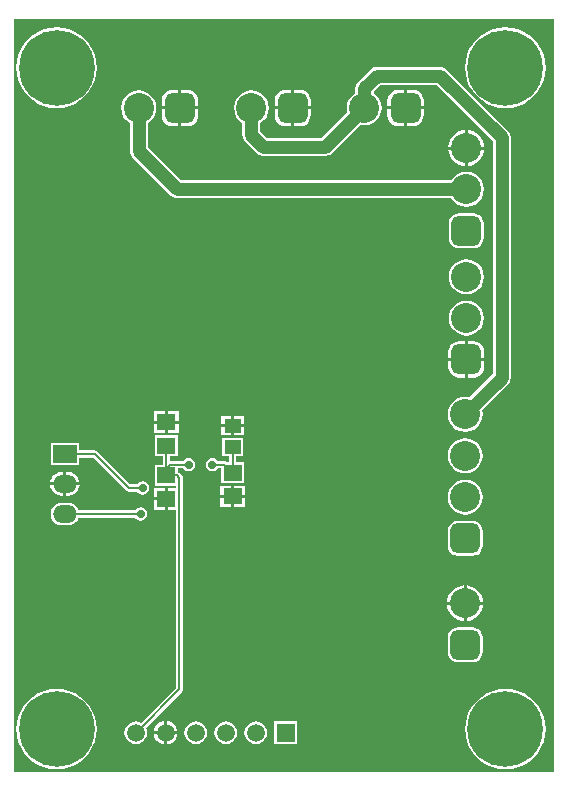
<source format=gbl>
%FSLAX24Y24*%
%MOIN*%
G70*
G01*
G75*
G04 Layer_Physical_Order=2*
G04 Layer_Color=16711680*
%ADD10R,0.0433X0.0433*%
G04:AMPARAMS|DCode=11|XSize=23.6mil|YSize=39.4mil|CornerRadius=3mil|HoleSize=0mil|Usage=FLASHONLY|Rotation=180.000|XOffset=0mil|YOffset=0mil|HoleType=Round|Shape=RoundedRectangle|*
%AMROUNDEDRECTD11*
21,1,0.0236,0.0335,0,0,180.0*
21,1,0.0177,0.0394,0,0,180.0*
1,1,0.0059,-0.0089,0.0167*
1,1,0.0059,0.0089,0.0167*
1,1,0.0059,0.0089,-0.0167*
1,1,0.0059,-0.0089,-0.0167*
%
%ADD11ROUNDEDRECTD11*%
%ADD12R,0.0433X0.0433*%
%ADD13R,0.0295X0.0236*%
%ADD14O,0.0827X0.0138*%
G04:AMPARAMS|DCode=15|XSize=90.6mil|YSize=70.9mil|CornerRadius=8.9mil|HoleSize=0mil|Usage=FLASHONLY|Rotation=90.000|XOffset=0mil|YOffset=0mil|HoleType=Round|Shape=RoundedRectangle|*
%AMROUNDEDRECTD15*
21,1,0.0906,0.0532,0,0,90.0*
21,1,0.0728,0.0709,0,0,90.0*
1,1,0.0177,0.0266,0.0364*
1,1,0.0177,0.0266,-0.0364*
1,1,0.0177,-0.0266,-0.0364*
1,1,0.0177,-0.0266,0.0364*
%
%ADD15ROUNDEDRECTD15*%
G04:AMPARAMS|DCode=16|XSize=90.6mil|YSize=70.9mil|CornerRadius=8.9mil|HoleSize=0mil|Usage=FLASHONLY|Rotation=180.000|XOffset=0mil|YOffset=0mil|HoleType=Round|Shape=RoundedRectangle|*
%AMROUNDEDRECTD16*
21,1,0.0906,0.0532,0,0,180.0*
21,1,0.0728,0.0709,0,0,180.0*
1,1,0.0177,-0.0364,0.0266*
1,1,0.0177,0.0364,0.0266*
1,1,0.0177,0.0364,-0.0266*
1,1,0.0177,-0.0364,-0.0266*
%
%ADD16ROUNDEDRECTD16*%
G04:AMPARAMS|DCode=17|XSize=137.8mil|YSize=68.9mil|CornerRadius=8.6mil|HoleSize=0mil|Usage=FLASHONLY|Rotation=180.000|XOffset=0mil|YOffset=0mil|HoleType=Round|Shape=RoundedRectangle|*
%AMROUNDEDRECTD17*
21,1,0.1378,0.0517,0,0,180.0*
21,1,0.1206,0.0689,0,0,180.0*
1,1,0.0172,-0.0603,0.0258*
1,1,0.0172,0.0603,0.0258*
1,1,0.0172,0.0603,-0.0258*
1,1,0.0172,-0.0603,-0.0258*
%
%ADD17ROUNDEDRECTD17*%
G04:AMPARAMS|DCode=18|XSize=43.3mil|YSize=68.9mil|CornerRadius=5.4mil|HoleSize=0mil|Usage=FLASHONLY|Rotation=180.000|XOffset=0mil|YOffset=0mil|HoleType=Round|Shape=RoundedRectangle|*
%AMROUNDEDRECTD18*
21,1,0.0433,0.0581,0,0,180.0*
21,1,0.0325,0.0689,0,0,180.0*
1,1,0.0108,-0.0162,0.0290*
1,1,0.0108,0.0162,0.0290*
1,1,0.0108,0.0162,-0.0290*
1,1,0.0108,-0.0162,-0.0290*
%
%ADD18ROUNDEDRECTD18*%
G04:AMPARAMS|DCode=19|XSize=43.3mil|YSize=68.9mil|CornerRadius=5.4mil|HoleSize=0mil|Usage=FLASHONLY|Rotation=180.000|XOffset=0mil|YOffset=0mil|HoleType=Round|Shape=RoundedRectangle|*
%AMROUNDEDRECTD19*
21,1,0.0433,0.0581,0,0,180.0*
21,1,0.0325,0.0689,0,0,180.0*
1,1,0.0108,-0.0162,0.0290*
1,1,0.0108,0.0162,0.0290*
1,1,0.0108,0.0162,-0.0290*
1,1,0.0108,-0.0162,-0.0290*
%
%ADD19ROUNDEDRECTD19*%
%ADD20C,0.0079*%
%ADD21C,0.0433*%
%ADD22C,0.0138*%
%ADD23C,0.1000*%
G04:AMPARAMS|DCode=24|XSize=100mil|YSize=100mil|CornerRadius=25mil|HoleSize=0mil|Usage=FLASHONLY|Rotation=90.000|XOffset=0mil|YOffset=0mil|HoleType=Round|Shape=RoundedRectangle|*
%AMROUNDEDRECTD24*
21,1,0.1000,0.0500,0,0,90.0*
21,1,0.0500,0.1000,0,0,90.0*
1,1,0.0500,0.0250,0.0250*
1,1,0.0500,0.0250,-0.0250*
1,1,0.0500,-0.0250,-0.0250*
1,1,0.0500,-0.0250,0.0250*
%
%ADD24ROUNDEDRECTD24*%
%ADD25C,0.2520*%
%ADD26R,0.0787X0.0591*%
%ADD27O,0.0787X0.0591*%
%ADD28R,0.0591X0.0591*%
%ADD29C,0.0591*%
G04:AMPARAMS|DCode=30|XSize=100mil|YSize=100mil|CornerRadius=25mil|HoleSize=0mil|Usage=FLASHONLY|Rotation=0.000|XOffset=0mil|YOffset=0mil|HoleType=Round|Shape=RoundedRectangle|*
%AMROUNDEDRECTD30*
21,1,0.1000,0.0500,0,0,0.0*
21,1,0.0500,0.1000,0,0,0.0*
1,1,0.0500,0.0250,-0.0250*
1,1,0.0500,-0.0250,-0.0250*
1,1,0.0500,-0.0250,0.0250*
1,1,0.0500,0.0250,0.0250*
%
%ADD30ROUNDEDRECTD30*%
%ADD31C,0.0276*%
%ADD32R,0.0571X0.0453*%
%ADD33R,0.0610X0.0532*%
G36*
X18167Y141D02*
X141D01*
Y25253D01*
X18167D01*
Y141D01*
D02*
G37*
%LPC*%
G36*
X1800Y9698D02*
X1360D01*
X1367Y9645D01*
X1407Y9549D01*
X1470Y9466D01*
X1553Y9403D01*
X1649Y9363D01*
X1752Y9349D01*
X1800D01*
Y9698D01*
D02*
G37*
G36*
X5186Y9618D02*
X4831D01*
Y9302D01*
X5186D01*
Y9618D01*
D02*
G37*
G36*
X7391Y9696D02*
X7036D01*
Y9381D01*
X7391D01*
Y9696D01*
D02*
G37*
G36*
X2341Y9698D02*
X1900D01*
Y9349D01*
X1949D01*
X2052Y9363D01*
X2148Y9403D01*
X2231Y9466D01*
X2294Y9549D01*
X2334Y9645D01*
X2341Y9698D01*
D02*
G37*
G36*
X5186Y9202D02*
X4831D01*
Y8886D01*
X5186D01*
Y9202D01*
D02*
G37*
G36*
X15197Y9895D02*
X15046Y9875D01*
X14905Y9817D01*
X14784Y9724D01*
X14691Y9603D01*
X14633Y9462D01*
X14613Y9311D01*
X14633Y9160D01*
X14691Y9019D01*
X14784Y8898D01*
X14905Y8805D01*
X15046Y8747D01*
X15197Y8727D01*
X15348Y8747D01*
X15489Y8805D01*
X15610Y8898D01*
X15702Y9019D01*
X15761Y9160D01*
X15781Y9311D01*
X15761Y9462D01*
X15702Y9603D01*
X15610Y9724D01*
X15489Y9817D01*
X15348Y9875D01*
X15197Y9895D01*
D02*
G37*
G36*
X7846Y9281D02*
X7491D01*
Y8965D01*
X7846D01*
Y9281D01*
D02*
G37*
G36*
X7391D02*
X7036D01*
Y8965D01*
X7391D01*
Y9281D01*
D02*
G37*
G36*
X5620Y11368D02*
X4852D01*
Y10679D01*
X5116D01*
Y10384D01*
X4852D01*
Y9695D01*
X5544D01*
Y9618D01*
X5286D01*
Y9252D01*
Y8886D01*
X5544D01*
Y2958D01*
X4378Y1793D01*
X4310Y1821D01*
X4213Y1834D01*
X4115Y1821D01*
X4024Y1783D01*
X3946Y1723D01*
X3886Y1645D01*
X3848Y1554D01*
X3835Y1457D01*
X3848Y1359D01*
X3886Y1268D01*
X3946Y1190D01*
X4024Y1130D01*
X4115Y1092D01*
X4213Y1079D01*
X4310Y1092D01*
X4401Y1130D01*
X4479Y1190D01*
X4539Y1268D01*
X4577Y1359D01*
X4590Y1457D01*
X4577Y1554D01*
X4549Y1623D01*
X5750Y2823D01*
X5750Y2823D01*
X5776Y2863D01*
X5785Y2909D01*
X5785Y2909D01*
Y9949D01*
X5776Y9995D01*
X5750Y10035D01*
X5750Y10035D01*
X5660Y10125D01*
X5621Y10151D01*
X5620Y10151D01*
Y10273D01*
X5804D01*
X5828Y10238D01*
X5900Y10190D01*
X5984Y10173D01*
X6069Y10190D01*
X6140Y10238D01*
X6188Y10309D01*
X6205Y10394D01*
X6188Y10478D01*
X6140Y10550D01*
X6069Y10598D01*
X5984Y10614D01*
X5900Y10598D01*
X5828Y10550D01*
X5804Y10514D01*
X5364D01*
X5364Y10514D01*
X5357Y10520D01*
Y10679D01*
X5620D01*
Y11368D01*
D02*
G37*
G36*
X15197Y11273D02*
X15046Y11253D01*
X14905Y11195D01*
X14784Y11102D01*
X14691Y10981D01*
X14633Y10840D01*
X14613Y10689D01*
X14633Y10538D01*
X14691Y10397D01*
X14784Y10276D01*
X14905Y10183D01*
X15046Y10125D01*
X15197Y10105D01*
X15348Y10125D01*
X15489Y10183D01*
X15610Y10276D01*
X15702Y10397D01*
X15761Y10538D01*
X15781Y10689D01*
X15761Y10840D01*
X15702Y10981D01*
X15610Y11102D01*
X15489Y11195D01*
X15348Y11253D01*
X15197Y11273D01*
D02*
G37*
G36*
X7391Y11643D02*
X7056D01*
Y11367D01*
X7391D01*
Y11643D01*
D02*
G37*
G36*
X7805Y11289D02*
X7077D01*
Y10679D01*
X7321D01*
Y10463D01*
X7267D01*
X7251Y10479D01*
X7211Y10505D01*
X7165Y10514D01*
X7165Y10514D01*
X6952D01*
X6928Y10550D01*
X6856Y10598D01*
X6772Y10614D01*
X6687Y10598D01*
X6616Y10550D01*
X6568Y10478D01*
X6551Y10394D01*
X6568Y10309D01*
X6616Y10238D01*
X6687Y10190D01*
X6772Y10173D01*
X6856Y10190D01*
X6928Y10238D01*
X6952Y10273D01*
X7057D01*
Y9774D01*
X7825D01*
Y10463D01*
X7561D01*
Y10679D01*
X7805D01*
Y11289D01*
D02*
G37*
G36*
X2323Y11122D02*
X1378D01*
Y10374D01*
X2323D01*
Y10628D01*
X2795D01*
X3891Y9531D01*
X3891Y9531D01*
X3930Y9505D01*
X3976Y9496D01*
X3976Y9496D01*
X4265D01*
X4288Y9460D01*
X4360Y9412D01*
X4444Y9395D01*
X4529Y9412D01*
X4601Y9460D01*
X4648Y9532D01*
X4665Y9616D01*
X4648Y9701D01*
X4601Y9772D01*
X4529Y9820D01*
X4444Y9837D01*
X4360Y9820D01*
X4288Y9772D01*
X4265Y9737D01*
X4026D01*
X2930Y10833D01*
X2891Y10859D01*
X2844Y10868D01*
X2844Y10868D01*
X2323D01*
Y11122D01*
D02*
G37*
G36*
X7846Y9696D02*
X7491D01*
Y9381D01*
X7846D01*
Y9696D01*
D02*
G37*
G36*
X1949Y10147D02*
X1900D01*
Y9798D01*
X2341D01*
X2334Y9851D01*
X2294Y9947D01*
X2231Y10030D01*
X2148Y10093D01*
X2052Y10133D01*
X1949Y10147D01*
D02*
G37*
G36*
X1800D02*
X1752D01*
X1649Y10133D01*
X1553Y10093D01*
X1470Y10030D01*
X1407Y9947D01*
X1367Y9851D01*
X1360Y9798D01*
X1800D01*
Y10147D01*
D02*
G37*
G36*
X1949Y9125D02*
X1752D01*
X1654Y9112D01*
X1563Y9075D01*
X1485Y9015D01*
X1425Y8937D01*
X1388Y8846D01*
X1375Y8748D01*
X1388Y8650D01*
X1425Y8559D01*
X1485Y8481D01*
X1563Y8421D01*
X1654Y8384D01*
X1752Y8371D01*
X1949D01*
X2046Y8384D01*
X2137Y8421D01*
X2216Y8481D01*
X2276Y8559D01*
X2304Y8628D01*
X4200D01*
X4224Y8592D01*
X4296Y8544D01*
X4380Y8527D01*
X4465Y8544D01*
X4537Y8592D01*
X4584Y8664D01*
X4601Y8748D01*
X4584Y8833D01*
X4537Y8904D01*
X4465Y8952D01*
X4380Y8969D01*
X4296Y8952D01*
X4224Y8904D01*
X4200Y8868D01*
X2304D01*
X2276Y8937D01*
X2216Y9015D01*
X2137Y9075D01*
X2046Y9112D01*
X1949Y9125D01*
D02*
G37*
G36*
X7213Y1834D02*
X7115Y1821D01*
X7024Y1783D01*
X6946Y1723D01*
X6886Y1645D01*
X6848Y1554D01*
X6835Y1457D01*
X6848Y1359D01*
X6886Y1268D01*
X6946Y1190D01*
X7024Y1130D01*
X7115Y1092D01*
X7213Y1079D01*
X7310Y1092D01*
X7401Y1130D01*
X7479Y1190D01*
X7539Y1268D01*
X7577Y1359D01*
X7590Y1457D01*
X7577Y1554D01*
X7539Y1645D01*
X7479Y1723D01*
X7401Y1783D01*
X7310Y1821D01*
X7213Y1834D01*
D02*
G37*
G36*
X6213D02*
X6115Y1821D01*
X6024Y1783D01*
X5946Y1723D01*
X5886Y1645D01*
X5848Y1554D01*
X5835Y1457D01*
X5848Y1359D01*
X5886Y1268D01*
X5946Y1190D01*
X6024Y1130D01*
X6115Y1092D01*
X6213Y1079D01*
X6310Y1092D01*
X6401Y1130D01*
X6479Y1190D01*
X6539Y1268D01*
X6577Y1359D01*
X6590Y1457D01*
X6577Y1554D01*
X6539Y1645D01*
X6479Y1723D01*
X6401Y1783D01*
X6310Y1821D01*
X6213Y1834D01*
D02*
G37*
G36*
X9587Y1831D02*
X8839D01*
Y1083D01*
X9587D01*
Y1831D01*
D02*
G37*
G36*
X8213Y1834D02*
X8115Y1821D01*
X8024Y1783D01*
X7946Y1723D01*
X7886Y1645D01*
X7848Y1554D01*
X7835Y1457D01*
X7848Y1359D01*
X7886Y1268D01*
X7946Y1190D01*
X8024Y1130D01*
X8115Y1092D01*
X8213Y1079D01*
X8310Y1092D01*
X8401Y1130D01*
X8479Y1190D01*
X8539Y1268D01*
X8577Y1359D01*
X8590Y1457D01*
X8577Y1554D01*
X8539Y1645D01*
X8479Y1723D01*
X8401Y1783D01*
X8310Y1821D01*
X8213Y1834D01*
D02*
G37*
G36*
X16535Y2918D02*
X16325Y2901D01*
X16121Y2852D01*
X15926Y2771D01*
X15746Y2661D01*
X15586Y2524D01*
X15449Y2364D01*
X15339Y2184D01*
X15258Y1990D01*
X15209Y1785D01*
X15193Y1575D01*
X15209Y1365D01*
X15258Y1160D01*
X15339Y965D01*
X15449Y786D01*
X15586Y625D01*
X15746Y489D01*
X15926Y378D01*
X16121Y298D01*
X16325Y249D01*
X16535Y232D01*
X16745Y249D01*
X16950Y298D01*
X17145Y378D01*
X17325Y489D01*
X17485Y625D01*
X17622Y786D01*
X17732Y965D01*
X17812Y1160D01*
X17862Y1365D01*
X17878Y1575D01*
X17862Y1785D01*
X17812Y1990D01*
X17732Y2184D01*
X17622Y2364D01*
X17485Y2524D01*
X17325Y2661D01*
X17145Y2771D01*
X16950Y2852D01*
X16745Y2901D01*
X16535Y2918D01*
D02*
G37*
G36*
X1575D02*
X1365Y2901D01*
X1160Y2852D01*
X965Y2771D01*
X786Y2661D01*
X625Y2524D01*
X489Y2364D01*
X378Y2184D01*
X298Y1990D01*
X249Y1785D01*
X232Y1575D01*
X249Y1365D01*
X298Y1160D01*
X378Y965D01*
X489Y786D01*
X625Y625D01*
X786Y489D01*
X965Y378D01*
X1160Y298D01*
X1365Y249D01*
X1575Y232D01*
X1785Y249D01*
X1990Y298D01*
X2184Y378D01*
X2364Y489D01*
X2524Y625D01*
X2661Y786D01*
X2771Y965D01*
X2852Y1160D01*
X2901Y1365D01*
X2918Y1575D01*
X2901Y1785D01*
X2852Y1990D01*
X2771Y2184D01*
X2661Y2364D01*
X2524Y2524D01*
X2364Y2661D01*
X2184Y2771D01*
X1990Y2852D01*
X1785Y2901D01*
X1575Y2918D01*
D02*
G37*
G36*
X5605Y1407D02*
X5263D01*
Y1065D01*
X5316Y1072D01*
X5412Y1111D01*
X5494Y1175D01*
X5558Y1257D01*
X5598Y1354D01*
X5605Y1407D01*
D02*
G37*
G36*
X5163D02*
X4820D01*
X4827Y1354D01*
X4867Y1257D01*
X4931Y1175D01*
X5013Y1111D01*
X5109Y1072D01*
X5163Y1065D01*
Y1407D01*
D02*
G37*
G36*
X15147Y6366D02*
X15079Y6359D01*
X14966Y6325D01*
X14862Y6269D01*
X14771Y6194D01*
X14696Y6103D01*
X14640Y5998D01*
X14606Y5885D01*
X14599Y5818D01*
X15147D01*
Y6366D01*
D02*
G37*
G36*
X15795Y5718D02*
X15247D01*
Y5170D01*
X15314Y5176D01*
X15428Y5211D01*
X15532Y5266D01*
X15623Y5341D01*
X15698Y5433D01*
X15754Y5537D01*
X15788Y5650D01*
X15795Y5718D01*
D02*
G37*
G36*
X15447Y8515D02*
X14947D01*
X14861Y8503D01*
X14781Y8470D01*
X14712Y8418D01*
X14660Y8349D01*
X14627Y8269D01*
X14615Y8183D01*
Y7683D01*
X14627Y7597D01*
X14660Y7517D01*
X14712Y7449D01*
X14781Y7396D01*
X14861Y7363D01*
X14947Y7351D01*
X15447D01*
X15533Y7363D01*
X15613Y7396D01*
X15681Y7449D01*
X15734Y7517D01*
X15767Y7597D01*
X15778Y7683D01*
Y8183D01*
X15767Y8269D01*
X15734Y8349D01*
X15681Y8418D01*
X15613Y8470D01*
X15533Y8503D01*
X15447Y8515D01*
D02*
G37*
G36*
X15247Y6366D02*
Y5818D01*
X15795D01*
X15788Y5885D01*
X15754Y5998D01*
X15698Y6103D01*
X15623Y6194D01*
X15532Y6269D01*
X15428Y6325D01*
X15314Y6359D01*
X15247Y6366D01*
D02*
G37*
G36*
X5263Y1849D02*
Y1507D01*
X5605D01*
X5598Y1560D01*
X5558Y1656D01*
X5494Y1739D01*
X5412Y1802D01*
X5316Y1842D01*
X5263Y1849D01*
D02*
G37*
G36*
X5163D02*
X5109Y1842D01*
X5013Y1802D01*
X4931Y1739D01*
X4867Y1656D01*
X4827Y1560D01*
X4820Y1507D01*
X5163D01*
Y1849D01*
D02*
G37*
G36*
X15147Y5718D02*
X14599D01*
X14606Y5650D01*
X14640Y5537D01*
X14696Y5433D01*
X14771Y5341D01*
X14862Y5266D01*
X14966Y5211D01*
X15079Y5176D01*
X15147Y5170D01*
Y5718D01*
D02*
G37*
G36*
X15447Y4971D02*
X14947D01*
X14861Y4960D01*
X14781Y4927D01*
X14712Y4874D01*
X14660Y4806D01*
X14627Y4726D01*
X14615Y4640D01*
Y4140D01*
X14627Y4054D01*
X14660Y3974D01*
X14712Y3905D01*
X14781Y3853D01*
X14861Y3819D01*
X14947Y3808D01*
X15447D01*
X15533Y3819D01*
X15613Y3853D01*
X15681Y3905D01*
X15734Y3974D01*
X15767Y4054D01*
X15778Y4140D01*
Y4640D01*
X15767Y4726D01*
X15734Y4806D01*
X15681Y4874D01*
X15613Y4927D01*
X15533Y4960D01*
X15447Y4971D01*
D02*
G37*
G36*
X9399Y22233D02*
X8846D01*
Y22033D01*
X8858Y21942D01*
X8893Y21857D01*
X8949Y21784D01*
X9022Y21728D01*
X9107Y21692D01*
X9199Y21680D01*
X9399D01*
Y22233D01*
D02*
G37*
G36*
X6292D02*
X5739D01*
Y21680D01*
X5939D01*
X6030Y21692D01*
X6115Y21728D01*
X6189Y21784D01*
X6245Y21857D01*
X6280Y21942D01*
X6292Y22033D01*
Y22233D01*
D02*
G37*
G36*
X13159D02*
X12606D01*
Y22033D01*
X12618Y21942D01*
X12653Y21857D01*
X12709Y21784D01*
X12782Y21728D01*
X12867Y21692D01*
X12959Y21680D01*
X13159D01*
Y22233D01*
D02*
G37*
G36*
X10052D02*
X9499D01*
Y21680D01*
X9699D01*
X9790Y21692D01*
X9875Y21728D01*
X9948Y21784D01*
X10005Y21857D01*
X10040Y21942D01*
X10052Y22033D01*
Y22233D01*
D02*
G37*
G36*
X15186Y21543D02*
X15119Y21536D01*
X15006Y21502D01*
X14901Y21446D01*
X14810Y21371D01*
X14735Y21280D01*
X14679Y21176D01*
X14645Y21063D01*
X14638Y20995D01*
X15186D01*
Y21543D01*
D02*
G37*
G36*
X15834Y20895D02*
X15286D01*
Y20347D01*
X15354Y20354D01*
X15467Y20388D01*
X15571Y20444D01*
X15663Y20519D01*
X15738Y20610D01*
X15793Y20714D01*
X15828Y20827D01*
X15834Y20895D01*
D02*
G37*
G36*
X5639Y22233D02*
X5086D01*
Y22033D01*
X5098Y21942D01*
X5133Y21857D01*
X5189Y21784D01*
X5262Y21728D01*
X5348Y21692D01*
X5439Y21680D01*
X5639D01*
Y22233D01*
D02*
G37*
G36*
X15286Y21543D02*
Y20995D01*
X15834D01*
X15828Y21063D01*
X15793Y21176D01*
X15738Y21280D01*
X15663Y21371D01*
X15571Y21446D01*
X15467Y21502D01*
X15354Y21536D01*
X15286Y21543D01*
D02*
G37*
G36*
X13812Y22233D02*
X13259D01*
Y21680D01*
X13459D01*
X13550Y21692D01*
X13635Y21728D01*
X13708Y21784D01*
X13764Y21857D01*
X13800Y21942D01*
X13812Y22033D01*
Y22233D01*
D02*
G37*
G36*
X9699Y22886D02*
X9499D01*
Y22333D01*
X10052D01*
Y22533D01*
X10040Y22625D01*
X10005Y22710D01*
X9948Y22783D01*
X9875Y22839D01*
X9790Y22874D01*
X9699Y22886D01*
D02*
G37*
G36*
X9399D02*
X9199D01*
X9107Y22874D01*
X9022Y22839D01*
X8949Y22783D01*
X8893Y22710D01*
X8858Y22625D01*
X8846Y22533D01*
Y22333D01*
X9399D01*
Y22886D01*
D02*
G37*
G36*
X13459D02*
X13259D01*
Y22333D01*
X13812D01*
Y22533D01*
X13800Y22625D01*
X13764Y22710D01*
X13708Y22783D01*
X13635Y22839D01*
X13550Y22874D01*
X13459Y22886D01*
D02*
G37*
G36*
X13159D02*
X12959D01*
X12867Y22874D01*
X12782Y22839D01*
X12709Y22783D01*
X12653Y22710D01*
X12618Y22625D01*
X12606Y22533D01*
Y22333D01*
X13159D01*
Y22886D01*
D02*
G37*
G36*
X16535Y24965D02*
X16325Y24948D01*
X16121Y24899D01*
X15926Y24818D01*
X15746Y24708D01*
X15586Y24571D01*
X15449Y24411D01*
X15339Y24232D01*
X15258Y24037D01*
X15209Y23832D01*
X15193Y23622D01*
X15209Y23412D01*
X15258Y23207D01*
X15339Y23012D01*
X15449Y22833D01*
X15586Y22673D01*
X15746Y22536D01*
X15926Y22426D01*
X16121Y22345D01*
X16325Y22296D01*
X16535Y22279D01*
X16745Y22296D01*
X16950Y22345D01*
X17145Y22426D01*
X17325Y22536D01*
X17485Y22673D01*
X17622Y22833D01*
X17732Y23012D01*
X17812Y23207D01*
X17862Y23412D01*
X17878Y23622D01*
X17862Y23832D01*
X17812Y24037D01*
X17732Y24232D01*
X17622Y24411D01*
X17485Y24571D01*
X17325Y24708D01*
X17145Y24818D01*
X16950Y24899D01*
X16745Y24948D01*
X16535Y24965D01*
D02*
G37*
G36*
X1575D02*
X1365Y24948D01*
X1160Y24899D01*
X965Y24818D01*
X786Y24708D01*
X625Y24571D01*
X489Y24411D01*
X378Y24232D01*
X298Y24037D01*
X249Y23832D01*
X232Y23622D01*
X249Y23412D01*
X298Y23207D01*
X378Y23012D01*
X489Y22833D01*
X625Y22673D01*
X786Y22536D01*
X965Y22426D01*
X1160Y22345D01*
X1365Y22296D01*
X1575Y22279D01*
X1785Y22296D01*
X1990Y22345D01*
X2184Y22426D01*
X2364Y22536D01*
X2524Y22673D01*
X2661Y22833D01*
X2771Y23012D01*
X2852Y23207D01*
X2901Y23412D01*
X2918Y23622D01*
X2901Y23832D01*
X2852Y24037D01*
X2771Y24232D01*
X2661Y24411D01*
X2524Y24571D01*
X2364Y24708D01*
X2184Y24818D01*
X1990Y24899D01*
X1785Y24948D01*
X1575Y24965D01*
D02*
G37*
G36*
X5939Y22886D02*
X5739D01*
Y22333D01*
X6292D01*
Y22533D01*
X6280Y22625D01*
X6245Y22710D01*
X6189Y22783D01*
X6115Y22839D01*
X6030Y22874D01*
X5939Y22886D01*
D02*
G37*
G36*
X5639D02*
X5439D01*
X5348Y22874D01*
X5262Y22839D01*
X5189Y22783D01*
X5133Y22710D01*
X5098Y22625D01*
X5086Y22533D01*
Y22333D01*
X5639D01*
Y22886D01*
D02*
G37*
G36*
X5186Y12177D02*
X4831D01*
Y11861D01*
X5186D01*
Y12177D01*
D02*
G37*
G36*
X7826Y12019D02*
X7491D01*
Y11743D01*
X7826D01*
Y12019D01*
D02*
G37*
G36*
X12244Y23644D02*
X12176Y23635D01*
X12167Y23634D01*
X12095Y23604D01*
X12033Y23557D01*
X12033Y23557D01*
X11620Y23144D01*
X11573Y23082D01*
X11543Y23010D01*
X11533Y22933D01*
Y22784D01*
X11418Y22696D01*
X11325Y22575D01*
X11267Y22435D01*
X11247Y22283D01*
X11266Y22140D01*
X10408Y21282D01*
X8588D01*
X8369Y21501D01*
Y21783D01*
X8484Y21871D01*
X8576Y21992D01*
X8635Y22132D01*
X8655Y22283D01*
X8635Y22435D01*
X8576Y22575D01*
X8484Y22696D01*
X8363Y22789D01*
X8222Y22847D01*
X8071Y22867D01*
X7920Y22847D01*
X7779Y22789D01*
X7658Y22696D01*
X7565Y22575D01*
X7507Y22435D01*
X7487Y22283D01*
X7507Y22132D01*
X7565Y21992D01*
X7658Y21871D01*
X7773Y21783D01*
Y21378D01*
X7783Y21301D01*
X7813Y21229D01*
X7860Y21167D01*
X8254Y20774D01*
X8254Y20774D01*
X8316Y20726D01*
X8387Y20697D01*
X8396Y20695D01*
X8465Y20686D01*
X8465Y20686D01*
X10531D01*
X10609Y20697D01*
X10680Y20726D01*
X10742Y20774D01*
X11687Y21719D01*
X11831Y21700D01*
X11982Y21720D01*
X12123Y21778D01*
X12243Y21871D01*
X12336Y21992D01*
X12395Y22132D01*
X12414Y22283D01*
X12395Y22435D01*
X12336Y22575D01*
X12243Y22696D01*
X12149Y22768D01*
X12146Y22827D01*
X12367Y23049D01*
X14247D01*
X16120Y21176D01*
Y13411D01*
X15340Y12632D01*
X15197Y12651D01*
X15046Y12631D01*
X14905Y12572D01*
X14784Y12480D01*
X14691Y12359D01*
X14633Y12218D01*
X14613Y12067D01*
X14633Y11916D01*
X14691Y11775D01*
X14784Y11654D01*
X14905Y11561D01*
X15046Y11503D01*
X15197Y11483D01*
X15348Y11503D01*
X15489Y11561D01*
X15610Y11654D01*
X15702Y11775D01*
X15761Y11916D01*
X15781Y12067D01*
X15762Y12211D01*
X16628Y13077D01*
X16628Y13077D01*
X16675Y13138D01*
X16705Y13210D01*
X16715Y13287D01*
Y21299D01*
X16715Y21299D01*
X16705Y21376D01*
X16675Y21448D01*
X16628Y21510D01*
X16628Y21510D01*
X14581Y23557D01*
X14519Y23604D01*
X14498Y23613D01*
X14447Y23634D01*
X14370Y23644D01*
X12244D01*
X12244Y23644D01*
D02*
G37*
G36*
X5641Y12177D02*
X5286D01*
Y11861D01*
X5641D01*
Y12177D01*
D02*
G37*
G36*
X5186Y11761D02*
X4831D01*
Y11445D01*
X5186D01*
Y11761D01*
D02*
G37*
G36*
X7826Y11643D02*
X7491D01*
Y11367D01*
X7826D01*
Y11643D01*
D02*
G37*
G36*
X7391Y12019D02*
X7056D01*
Y11743D01*
X7391D01*
Y12019D01*
D02*
G37*
G36*
X5641Y11761D02*
X5286D01*
Y11445D01*
X5641D01*
Y11761D01*
D02*
G37*
G36*
X15186Y13848D02*
X14633D01*
Y13648D01*
X14645Y13556D01*
X14681Y13471D01*
X14737Y13398D01*
X14810Y13342D01*
X14895Y13307D01*
X14986Y13295D01*
X15186D01*
Y13848D01*
D02*
G37*
G36*
X15486Y18771D02*
X14986D01*
X14900Y18759D01*
X14820Y18726D01*
X14752Y18673D01*
X14699Y18605D01*
X14666Y18525D01*
X14655Y18439D01*
Y17939D01*
X14666Y17853D01*
X14699Y17773D01*
X14752Y17704D01*
X14820Y17652D01*
X14900Y17619D01*
X14986Y17607D01*
X15486D01*
X15572Y17619D01*
X15652Y17652D01*
X15721Y17704D01*
X15773Y17773D01*
X15806Y17853D01*
X15818Y17939D01*
Y18439D01*
X15806Y18525D01*
X15773Y18605D01*
X15721Y18673D01*
X15652Y18726D01*
X15572Y18759D01*
X15486Y18771D01*
D02*
G37*
G36*
X15236Y17237D02*
X15085Y17217D01*
X14944Y17159D01*
X14823Y17066D01*
X14731Y16945D01*
X14672Y16805D01*
X14652Y16654D01*
X14672Y16502D01*
X14731Y16362D01*
X14823Y16241D01*
X14944Y16148D01*
X15085Y16090D01*
X15236Y16070D01*
X15387Y16090D01*
X15528Y16148D01*
X15649Y16241D01*
X15742Y16362D01*
X15800Y16502D01*
X15820Y16654D01*
X15800Y16805D01*
X15742Y16945D01*
X15649Y17066D01*
X15528Y17159D01*
X15387Y17217D01*
X15236Y17237D01*
D02*
G37*
G36*
X15186Y20895D02*
X14638D01*
X14645Y20827D01*
X14679Y20714D01*
X14735Y20610D01*
X14810Y20519D01*
X14901Y20444D01*
X15006Y20388D01*
X15119Y20354D01*
X15186Y20347D01*
Y20895D01*
D02*
G37*
G36*
X4311Y22867D02*
X4160Y22847D01*
X4019Y22789D01*
X3898Y22696D01*
X3805Y22575D01*
X3747Y22435D01*
X3727Y22283D01*
X3747Y22132D01*
X3805Y21992D01*
X3898Y21871D01*
X4013Y21783D01*
Y20846D01*
X4023Y20769D01*
X4053Y20698D01*
X4100Y20636D01*
X5380Y19356D01*
X5380Y19356D01*
X5442Y19309D01*
X5513Y19279D01*
X5591Y19269D01*
X14735D01*
X14823Y19154D01*
X14944Y19061D01*
X15085Y19003D01*
X15236Y18983D01*
X15387Y19003D01*
X15528Y19061D01*
X15649Y19154D01*
X15742Y19275D01*
X15800Y19416D01*
X15820Y19567D01*
X15800Y19718D01*
X15742Y19859D01*
X15649Y19980D01*
X15528Y20072D01*
X15387Y20131D01*
X15236Y20151D01*
X15085Y20131D01*
X14944Y20072D01*
X14823Y19980D01*
X14735Y19865D01*
X5714D01*
X4609Y20970D01*
Y21783D01*
X4724Y21871D01*
X4817Y21992D01*
X4875Y22132D01*
X4895Y22283D01*
X4875Y22435D01*
X4817Y22575D01*
X4724Y22696D01*
X4603Y22789D01*
X4462Y22847D01*
X4311Y22867D01*
D02*
G37*
G36*
X15186Y14501D02*
X14986D01*
X14895Y14489D01*
X14810Y14453D01*
X14737Y14397D01*
X14681Y14324D01*
X14645Y14239D01*
X14633Y14148D01*
Y13948D01*
X15186D01*
Y14501D01*
D02*
G37*
G36*
X15839Y13848D02*
X15286D01*
Y13295D01*
X15486D01*
X15578Y13307D01*
X15663Y13342D01*
X15736Y13398D01*
X15792Y13471D01*
X15827Y13556D01*
X15839Y13648D01*
Y13848D01*
D02*
G37*
G36*
X15236Y15859D02*
X15085Y15839D01*
X14944Y15781D01*
X14823Y15688D01*
X14731Y15567D01*
X14672Y15427D01*
X14652Y15276D01*
X14672Y15124D01*
X14731Y14984D01*
X14823Y14863D01*
X14944Y14770D01*
X15085Y14712D01*
X15236Y14692D01*
X15387Y14712D01*
X15528Y14770D01*
X15649Y14863D01*
X15742Y14984D01*
X15800Y15124D01*
X15820Y15276D01*
X15800Y15427D01*
X15742Y15567D01*
X15649Y15688D01*
X15528Y15781D01*
X15387Y15839D01*
X15236Y15859D01*
D02*
G37*
G36*
X15486Y14501D02*
X15286D01*
Y13948D01*
X15839D01*
Y14148D01*
X15827Y14239D01*
X15792Y14324D01*
X15736Y14397D01*
X15663Y14453D01*
X15578Y14489D01*
X15486Y14501D01*
D02*
G37*
%LPD*%
D20*
X6772Y10394D02*
X7165D01*
X7441Y10118D01*
X5364Y10394D02*
X5984D01*
X5236Y10266D02*
X5364Y10394D01*
X2844Y10748D02*
X3976Y9616D01*
X4444D01*
X5236Y10266D02*
Y11024D01*
Y10039D02*
Y10266D01*
X1850Y10748D02*
X2844D01*
X5236Y10039D02*
X5574D01*
X5664Y9949D01*
Y2909D02*
Y9949D01*
X4213Y1457D02*
X5664Y2909D01*
X1850Y8748D02*
X4380D01*
X7441Y10118D02*
Y10984D01*
D21*
X15197Y12067D02*
X16417Y13287D01*
Y21299D01*
X14370Y23346D02*
X16417Y21299D01*
X12244Y23346D02*
X14370D01*
X11831Y22933D02*
X12244Y23346D01*
X11831Y22283D02*
Y22933D01*
X4311Y20846D02*
Y22283D01*
Y20846D02*
X5591Y19567D01*
X10531Y20984D02*
X11831Y22283D01*
X8465Y20984D02*
X10531D01*
X8071Y21378D02*
X8465Y20984D01*
X8071Y21378D02*
Y22283D01*
X5591Y19567D02*
X15236D01*
D23*
X4311Y22283D02*
D03*
X8071D02*
D03*
X11831D02*
D03*
X15197Y12067D02*
D03*
Y10689D02*
D03*
Y9311D02*
D03*
X15236Y19567D02*
D03*
Y20945D02*
D03*
Y15276D02*
D03*
Y16654D02*
D03*
X15197Y5768D02*
D03*
D24*
X5689Y22283D02*
D03*
X9449D02*
D03*
X13209D02*
D03*
D25*
X1575Y1575D02*
D03*
Y23622D02*
D03*
X16535Y1575D02*
D03*
Y23622D02*
D03*
D26*
X1850Y10748D02*
D03*
D27*
Y9748D02*
D03*
Y8748D02*
D03*
D28*
X9213Y1457D02*
D03*
D29*
X8213D02*
D03*
X7213D02*
D03*
X6213D02*
D03*
X5213D02*
D03*
X4213D02*
D03*
D30*
X15197Y7933D02*
D03*
X15236Y18189D02*
D03*
Y13898D02*
D03*
X15197Y4390D02*
D03*
D31*
X6772Y10394D02*
D03*
X5984D02*
D03*
X4444Y9616D02*
D03*
X4380Y8748D02*
D03*
D32*
X7441Y11693D02*
D03*
Y10984D02*
D03*
D33*
Y9331D02*
D03*
Y10118D02*
D03*
X5236Y11811D02*
D03*
Y11024D02*
D03*
Y9252D02*
D03*
Y10039D02*
D03*
M02*

</source>
